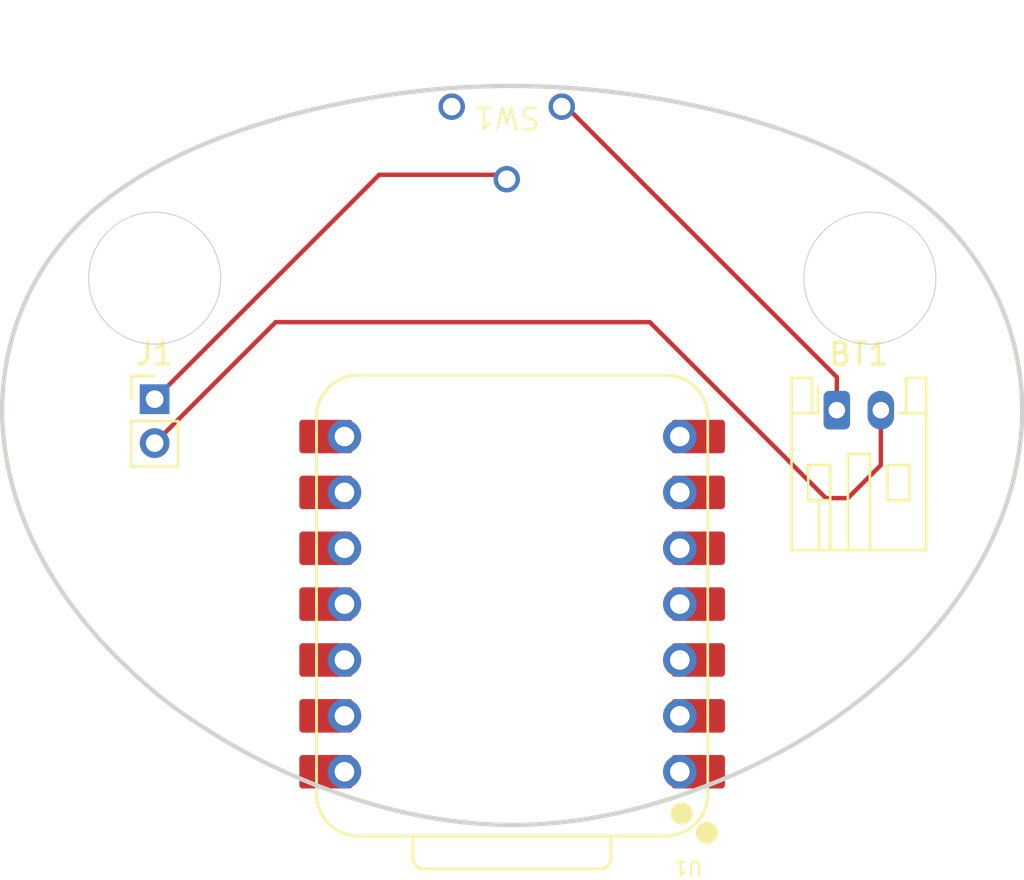
<source format=kicad_pcb>
(kicad_pcb (version 20240108) (generator "pcbnew") (generator_version "8.0")
  (layers (0 "F.Cu" signal) (31 "B.Cu" signal) (34 "B.Paste" user) (35 "F.Paste" user) (36 "B.SilkS" user "B.Silkscreen") (37 "F.SilkS" user "F.Silkscreen") (38 "B.Mask" user) (39 "F.Mask" user) (44 "Edge.Cuts" user))
  (net 0 "")
  (net 1 "GND")
  (net 2 "Net-(BT1-+)")
  (net 3 "Net-(J1-Pin_1)")
  (footprint "Custom:CL-SB-12C-12" (layer "F.Cu") (at 43.5 53.2 180)
    (property "Reference" "SW1" (at 0 -0.5 180) (layer "F.SilkS") (effects (font (thickness 0.1))))
    (property "Value" "SW_Wuerth_450301014042")
    (pad "1" thru_hole circle (at -2.5 0 180) (size 1.2 1.2) (drill 0.8) (layers "*.Cu" "*.Mask") (net 2 "Net-(BT1-+)"))
    (pad "2" thru_hole circle (at 2.5 0 180) (size 1.2 1.2) (drill 0.8) (layers "*.Cu" "*.Mask"))
    (pad "3" thru_hole circle (at 0 -3.3 180) (size 1.2 1.2) (drill 0.8) (layers "*.Cu" "*.Mask") (net 3 "Net-(J1-Pin_1)"))
  )
  (footprint "Connector_JST:JST_PH_S2B-PH-K_1x02_P2.00mm_Horizontal" (layer "F.Cu") (at 58.5 67)
    (property "Reference" "BT1" (at 1 -2.55 360) (layer "F.SilkS"))
    (property "Value" "Battery_Cell")
    (fp_line (start -2.06 -1.46) (end -2.06 6.36) (stroke (width 0.12)) (layer "F.SilkS"))
    (fp_line (start -2.06 0.14) (end -1.14 0.14) (stroke (width 0.12)) (layer "F.SilkS"))
    (fp_line (start -2.06 6.36) (end 4.06 6.36) (stroke (width 0.12)) (layer "F.SilkS"))
    (fp_line (start -1.3 2.5) (end -1.3 4.1) (stroke (width 0.12)) (layer "F.SilkS"))
    (fp_line (start -1.3 4.1) (end -0.3 4.1) (stroke (width 0.12)) (layer "F.SilkS"))
    (fp_line (start -1.14 -1.46) (end -2.06 -1.46) (stroke (width 0.12)) (layer "F.SilkS"))
    (fp_line (start -1.14 0.14) (end -1.14 -1.46) (stroke (width 0.12)) (layer "F.SilkS"))
    (fp_line (start -0.86 0.14) (end -1.14 0.14) (stroke (width 0.12)) (layer "F.SilkS"))
    (fp_line (start -0.86 0.14) (end -0.86 -1.075) (stroke (width 0.12)) (layer "F.SilkS"))
    (fp_line (start -0.8 4.1) (end -0.8 6.36) (stroke (width 0.12)) (layer "F.SilkS"))
    (fp_line (start -0.3 2.5) (end -1.3 2.5) (stroke (width 0.12)) (layer "F.SilkS"))
    (fp_line (start -0.3 4.1) (end -0.3 2.5) (stroke (width 0.12)) (layer "F.SilkS"))
    (fp_line (start -0.3 4.1) (end -0.3 6.36) (stroke (width 0.12)) (layer "F.SilkS"))
    (fp_line (start 0.5 2) (end 1.5 2) (stroke (width 0.12)) (layer "F.SilkS"))
    (fp_line (start 0.5 6.36) (end 0.5 2) (stroke (width 0.12)) (layer "F.SilkS"))
    (fp_line (start 1.5 2) (end 1.5 6.36) (stroke (width 0.12)) (layer "F.SilkS"))
    (fp_line (start 2.3 2.5) (end 3.3 2.5) (stroke (width 0.12)) (layer "F.SilkS"))
    (fp_line (start 2.3 4.1) (end 2.3 2.5) (stroke (width 0.12)) (layer "F.SilkS"))
    (fp_line (start 3.14 -1.46) (end 3.14 0.14) (stroke (width 0.12)) (layer "F.SilkS"))
    (fp_line (start 3.14 0.14) (end 2.86 0.14) (stroke (width 0.12)) (layer "F.SilkS"))
    (fp_line (start 3.3 2.5) (end 3.3 4.1) (stroke (width 0.12)) (layer "F.SilkS"))
    (fp_line (start 3.3 4.1) (end 2.3 4.1) (stroke (width 0.12)) (layer "F.SilkS"))
    (fp_line (start 4.06 -1.46) (end 3.14 -1.46) (stroke (width 0.12)) (layer "F.SilkS"))
    (fp_line (start 4.06 0.14) (end 3.14 0.14) (stroke (width 0.12)) (layer "F.SilkS"))
    (fp_line (start 4.06 6.36) (end 4.06 -1.46) (stroke (width 0.12)) (layer "F.SilkS"))
    (pad "1" thru_hole roundrect (at 0 0) (size 1.2 1.75) (drill 0.75) (layers "*.Cu" "*.Mask") (roundrect_rratio 0.208333) (net 2 "Net-(BT1-+)"))
    (pad "2" thru_hole oval (at 2 0) (size 1.2 1.75) (drill 0.75) (layers "*.Cu" "*.Mask") (net 1 "GND"))
  )
  (footprint "XIAO_nRF52840:XIAO-nRF52840-DIP" (layer "F.Cu") (at 43.745 75.82 180)
    (property "Reference" "U1" (at -8 -12 180) (layer "F.SilkS") (effects (font (size 0.635 0.635) (thickness 0.1016))))
    (property "Value" "XIAO-nRF52840-DIP")
    (fp_line (start 8.89 8.509) (end 8.89 -8.636) (stroke (width 0.127)) (layer "F.SilkS"))
    (fp_line (start 6.985 -10.541) (end -6.985 -10.541) (stroke (width 0.1)) (layer "F.SilkS"))
    (fp_line (start 6.985 -10.541) (end -6.985 -10.541) (stroke (width 0.127)) (layer "F.SilkS"))
    (fp_line (start 4.504 -11.551) (end 4.504 -10.541) (stroke (width 0.127)) (layer "F.SilkS"))
    (fp_line (start -3.991272 -12.051) (end 4.004 -12.051) (stroke (width 0.127)) (layer "F.SilkS"))
    (fp_line (start -4.495 -10.541) (end -4.491272 -11.551272) (stroke (width 0.127)) (layer "F.SilkS"))
    (fp_line (start -6.985 10.414) (end 6.985 10.414) (stroke (width 0.127)) (layer "F.SilkS"))
    (fp_line (start -8.89 8.509) (end -8.89 -8.636) (stroke (width 0.127)) (layer "F.SilkS"))
    (fp_arc (start 8.89 8.509) (mid 8.332038 9.856038) (end 6.985 10.414) (stroke (width 0.127)) (layer "F.SilkS"))
    (fp_arc (start 6.985 -10.541) (mid 8.332038 -9.983038) (end 8.89 -8.636) (stroke (width 0.127)) (layer "F.SilkS"))
    (fp_arc (start 4.004 -12.051) (mid 4.357524 -11.904524) (end 4.504 -11.551) (stroke (width 0.127)) (layer "F.SilkS"))
    (fp_arc (start -4.491272 -11.551272) (mid -4.344724 -11.904644) (end -3.991272 -12.051) (stroke (width 0.127)) (layer "F.SilkS"))
    (fp_arc (start -6.985 10.414) (mid -8.332038 9.856038) (end -8.89 8.509) (stroke (width 0.127)) (layer "F.SilkS"))
    (fp_arc (start -8.89 -8.636) (mid -8.332038 -9.983038) (end -6.985 -10.541) (stroke (width 0.127)) (layer "F.SilkS"))
    (fp_circle (center -7.707 -9.52) (end -7.707 -9.774) (stroke (width 0.5)) (fill solid) (layer "F.SilkS"))
    (fp_circle (center -8.85 -10.4) (end -8.85 -10.654) (stroke (width 0.5)) (fill solid) (layer "F.SilkS"))
    (pad "1" smd roundrect (at -8.455 -7.62) (size 2.432 1.524) (layers "F.Cu" "F.Mask") (roundrect_rratio 0.1))
    (pad "1" thru_hole circle (at -7.62 -7.62) (size 1.524 1.524) (drill 0.889) (layers "*.Cu" "*.Mask"))
    (pad "2" smd roundrect (at -8.455 -5.08) (size 2.432 1.524) (layers "F.Cu" "F.Mask") (roundrect_rratio 0.1))
    (pad "2" thru_hole circle (at -7.62 -5.08) (size 1.524 1.524) (drill 0.889) (layers "*.Cu" "*.Mask"))
    (pad "3" smd roundrect (at -8.455 -2.54) (size 2.432 1.524) (layers "F.Cu" "F.Mask") (roundrect_rratio 0.1))
    (pad "3" thru_hole circle (at -7.62 -2.54) (size 1.524 1.524) (drill 0.889) (layers "*.Cu" "*.Mask"))
    (pad "4" smd roundrect (at -8.455 0) (size 2.432 1.524) (layers "F.Cu" "F.Mask") (roundrect_rratio 0.1))
    (pad "4" thru_hole circle (at -7.62 0) (size 1.524 1.524) (drill 0.889) (layers "*.Cu" "*.Mask"))
    (pad "5" smd roundrect (at -8.455 2.54) (size 2.432 1.524) (layers "F.Cu" "F.Mask") (roundrect_rratio 0.1))
    (pad "5" thru_hole circle (at -7.62 2.54) (size 1.524 1.524) (drill 0.889) (layers "*.Cu" "*.Mask"))
    (pad "6" smd roundrect (at -8.455 5.08) (size 2.432 1.524) (layers "F.Cu" "F.Mask") (roundrect_rratio 0.1))
    (pad "6" thru_hole circle (at -7.62 5.08) (size 1.524 1.524) (drill 0.889) (layers "*.Cu" "*.Mask"))
    (pad "7" smd roundrect (at -8.455 7.62) (size 2.432 1.524) (layers "F.Cu" "F.Mask") (roundrect_rratio 0.1))
    (pad "7" thru_hole circle (at -7.62 7.62) (size 1.524 1.524) (drill 0.889) (layers "*.Cu" "*.Mask"))
    (pad "8" thru_hole circle (at 7.62 7.62 180) (size 1.524 1.524) (drill 0.889) (layers "*.Cu" "*.Mask"))
    (pad "8" smd roundrect (at 8.455 7.62 180) (size 2.432 1.524) (layers "F.Cu" "F.Mask") (roundrect_rratio 0.1))
    (pad "9" thru_hole circle (at 7.62 5.08 180) (size 1.524 1.524) (drill 0.889) (layers "*.Cu" "*.Mask"))
    (pad "9" smd roundrect (at 8.455 5.08 180) (size 2.432 1.524) (layers "F.Cu" "F.Mask") (roundrect_rratio 0.1))
    (pad "10" thru_hole circle (at 7.62 2.54 180) (size 1.524 1.524) (drill 0.889) (layers "*.Cu" "*.Mask"))
    (pad "10" smd roundrect (at 8.455 2.54 180) (size 2.432 1.524) (layers "F.Cu" "F.Mask") (roundrect_rratio 0.1))
    (pad "11" thru_hole circle (at 7.62 0 180) (size 1.524 1.524) (drill 0.889) (layers "*.Cu" "*.Mask"))
    (pad "11" smd roundrect (at 8.455 0 180) (size 2.432 1.524) (layers "F.Cu" "F.Mask") (roundrect_rratio 0.1))
    (pad "12" thru_hole circle (at 7.62 -2.54 180) (size 1.524 1.524) (drill 0.889) (layers "*.Cu" "*.Mask"))
    (pad "12" smd roundrect (at 8.455 -2.54 180) (size 2.432 1.524) (layers "F.Cu" "F.Mask") (roundrect_rratio 0.1))
    (pad "13" thru_hole circle (at 7.62 -5.08 180) (size 1.524 1.524) (drill 0.889) (layers "*.Cu" "*.Mask"))
    (pad "13" smd roundrect (at 8.455 -5.08 180) (size 2.432 1.524) (layers "F.Cu" "F.Mask") (roundrect_rratio 0.1))
    (pad "14" thru_hole circle (at 7.62 -7.62 180) (size 1.524 1.524) (drill 0.889) (layers "*.Cu" "*.Mask"))
    (pad "14" smd roundrect (at 8.455 -7.62 180) (size 2.432 1.524) (layers "F.Cu" "F.Mask") (roundrect_rratio 0.1))
  )
  (footprint "Connector_PinHeader_2.00mm:PinHeader_1x02_P2.00mm_Vertical" (layer "F.Cu") (at 27.5 66.5)
    (property "Reference" "J1" (at 0 -2.06 0) (layer "F.SilkS"))
    (property "Value" "Conn_01x02_Pin")
    (fp_line (start -1.06 -1.06) (end 0 -1.06) (stroke (width 0.12)) (layer "F.SilkS"))
    (fp_line (start -1.06 0) (end -1.06 -1.06) (stroke (width 0.12)) (layer "F.SilkS"))
    (fp_line (start -1.06 1) (end -1.06 3.06) (stroke (width 0.12)) (layer "F.SilkS"))
    (fp_line (start -1.06 1) (end 1.06 1) (stroke (width 0.12)) (layer "F.SilkS"))
    (fp_line (start -1.06 3.06) (end 1.06 3.06) (stroke (width 0.12)) (layer "F.SilkS"))
    (fp_line (start 1.06 1) (end 1.06 3.06) (stroke (width 0.12)) (layer "F.SilkS"))
    (pad "1" thru_hole rect (at 0 0) (size 1.35 1.35) (drill 0.8) (layers "*.Cu" "*.Mask") (net 3 "Net-(J1-Pin_1)"))
    (pad "2" thru_hole oval (at 0 2) (size 1.35 1.35) (drill 0.8) (layers "*.Cu" "*.Mask") (net 1 "GND"))
  )
  (gr_curve (pts (xy 30.0507 81.63792) (xy 28.18093 80.460733) (xy 27.310021 79.693059) (xy 26.34217 78.784999)) (stroke (width 0.2)) (layer "Edge.Cuts"))
  (gr_curve (pts (xy 66.668803 64.532742) (xy 66.919714 65.7502) (xy 67.067942 67.357939) (xy 66.703959 69.332706)) (stroke (width 0.2)) (layer "Edge.Cuts"))
  (gr_curve (pts (xy 64.876785 60.266987) (xy 65.843718 61.693824) (xy 66.389061 63.175391) (xy 66.668803 64.532742)) (stroke (width 0.2)) (layer "Edge.Cuts"))
  (gr_curve (pts (xy 66.703959 69.332706) (xy 66.42386 70.85236) (xy 65.84256 72.569768) (xy 64.745635 74.398984)) (stroke (width 0.2)) (layer "Edge.Cuts"))
  (gr_curve (pts (xy 23.054493 74.893126) (xy 21.717988 72.820747) (xy 21.079211 70.915778) (xy 20.786793 69.322251)) (stroke (width 0.2)) (layer "Edge.Cuts"))
  (gr_curve (pts (xy 20.852131 64.399407) (xy 21.140542 63.075234) (xy 21.689709 61.604033) (xy 22.68127 60.171526)) (stroke (width 0.2)) (layer "Edge.Cuts"))
  (gr_curve (pts (xy 22.68127 60.171526) (xy 23.855555 58.47504) (xy 25.201668 57.46509) (xy 26.019273 56.904012)) (stroke (width 0.2)) (layer "Edge.Cuts"))
  (gr_curve (pts (xy 26.34217 78.784999) (xy 25.560081 78.051223) (xy 24.249143 76.745546) (xy 23.054493 74.893126)) (stroke (width 0.2)) (layer "Edge.Cuts"))
  (gr_curve (pts (xy 59.426419 55.690049) (xy 60.364955 56.170003) (xy 60.97006 56.558597) (xy 61.473401 56.904012)) (stroke (width 0.2)) (layer "Edge.Cuts"))
  (gr_curve (pts (xy 48 52.5) (xy 50.798271 52.809756) (xy 53.687257 53.431572) (xy 56.290432 54.353919)) (stroke (width 0.2)) (layer "Edge.Cuts"))
  (gr_curve (pts (xy 64.745635 74.398984) (xy 63.481203 76.50753) (xy 61.995416 77.992282) (xy 61.150504 78.784999)) (stroke (width 0.2)) (layer "Edge.Cuts"))
  (gr_curve (pts (xy 35.87948 53.067959) (xy 38.696084 52.491188) (xy 42.768884 51.920941) (xy 48 52.5)) (stroke (width 0.2)) (layer "Edge.Cuts"))
  (gr_curve (pts (xy 35.63633 84.352852) (xy 33.709481 83.659619) (xy 31.787978 82.731691) (xy 30.0507 81.63792)) (stroke (width 0.2)) (layer "Edge.Cuts"))
  (gr_curve (pts (xy 26.019273 56.904012) (xy 26.776905 56.384092) (xy 28.202701 55.47048) (xy 30.650792 54.548746)) (stroke (width 0.2)) (layer "Edge.Cuts"))
  (gr_curve (pts (xy 56.290432 54.353919) (xy 57.372795 54.737418) (xy 58.437643 55.184403) (xy 59.426419 55.690049)) (stroke (width 0.2)) (layer "Edge.Cuts"))
  (gr_curve (pts (xy 52.423576 84.141978) (xy 49.91723 85.103861) (xy 46.752444 85.926559) (xy 43.337528 85.855835)) (stroke (width 0.2)) (layer "Edge.Cuts"))
  (gr_curve (pts (xy 61.473401 56.904012) (xy 62.305525 57.475053) (xy 63.688393 58.513356) (xy 64.876785 60.266987)) (stroke (width 0.2)) (layer "Edge.Cuts"))
  (gr_curve (pts (xy 61.150504 78.784999) (xy 59.330233 80.49282) (xy 56.665462 82.514031) (xy 52.423576 84.141978)) (stroke (width 0.2)) (layer "Edge.Cuts"))
  (gr_curve (pts (xy 30.650792 54.548746) (xy 32.049392 54.022157) (xy 33.775483 53.498805) (xy 35.87948 53.067959)) (stroke (width 0.2)) (layer "Edge.Cuts"))
  (gr_circle (center 27.5 61) (end 27.5 64) (stroke (width 0.05)) (fill none) (layer "Edge.Cuts"))
  (gr_curve (pts (xy 20.786793 69.322251) (xy 20.406238 67.248422) (xy 20.590937 65.598614) (xy 20.852131 64.399407)) (stroke (width 0.2)) (layer "Edge.Cuts"))
  (gr_curve (pts (xy 43.337528 85.855835) (xy 40.766918 85.802598) (xy 38.128808 85.249583) (xy 35.63633 84.352852)) (stroke (width 0.2)) (layer "Edge.Cuts"))
  (gr_circle (center 60 61) (end 60 64) (stroke (width 0.05)) (fill none) (layer "Edge.Cuts"))
  (segment (start 58 71) (end 50 63) (width 0.2) (layer "F.Cu") (net 1))
  (segment (start 60.5 67) (end 60.5 69.5) (width 0.2) (layer "F.Cu") (net 1))
  (segment (start 33 63) (end 27.5 68.5) (width 0.2) (layer "F.Cu") (net 1))
  (segment (start 60.5 69.5) (end 59 71) (width 0.2) (layer "F.Cu") (net 1))
  (segment (start 50 63) (end 33 63) (width 0.2) (layer "F.Cu") (net 1))
  (segment (start 59 71) (end 58 71) (width 0.2) (layer "F.Cu") (net 1))
  (segment (start 46 53) (end 58.5 65.5) (width 0.2) (layer "F.Cu") (net 2))
  (segment (start 58.5 65.5) (end 58.5 67) (width 0.2) (layer "F.Cu") (net 2))
  (segment (start 27.5 66.5) (end 37.7 56.3) (width 0.2) (layer "F.Cu") (net 3))
  (segment (start 27.5 66.5) (end 27.92 66.5) (width 0.2) (layer "F.Cu") (net 3))
  (segment (start 37.7 56.3) (end 43.5 56.3) (width 0.2) (layer "F.Cu") (net 3))
)
</source>
